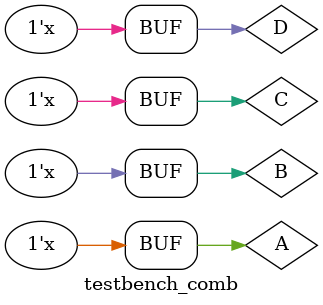
<source format=v>
`timescale 10ns/1ns
`include "comb_dataflow.v"
`include "comb_str.v"
`include "comb_behavior.v"
`include "comb_prim.v"

module testbench_comb;
  reg A, B, C, D;
  wire Y1, Y2, Y3, Y4;
  
  comb_dataflow test1(.Y(Y1), .A(A), .B(B), .C(C), .D(D));
  comb_str test2(.Y(Y2), .A(A), .B(B), .C(C), .D(D));
  comb_behavior test3(.Y(Y3), .A(A), .B(B), .C(C), .D(D));
  comb_prim test4(.Y(Y4), .A(A), .B(B), .C(C), .D(D));
  
  initial begin    
    #10 {A, B, C, D} = 4'b0000;
    #10 {A, B, C, D} = 4'b0001;
    #10 {A, B, C, D} = 4'b0010;
    #10 {A, B, C, D} = 4'b0011;
    #10 {A, B, C, D} = 4'b0100;
    #10 {A, B, C, D} = 4'b0101;
    #10 {A, B, C, D} = 4'b0110;
    #10 {A, B, C, D} = 4'b0111;
    #10 {A, B, C, D} = 4'b1000;
    #10 {A, B, C, D} = 4'b1001;
    #10 {A, B, C, D} = 4'b1010;
    #10 {A, B, C, D} = 4'b1011;
    #10 {A, B, C, D} = 4'b1100;
    #10 {A, B, C, D} = 4'b1101;
    #10 {A, B, C, D} = 4'b1110;
    #10 {A, B, C, D} = 4'b1111;
    #10 {A, B, C, D} = 4'b1x11;
    #10 {A, B, C, D} = 4'b10x1;
    #10 {A, B, C, D} = 4'b101x;
    #10 {A, B, C, D} = 4'bxx11;
    #10 {A, B, C, D} = 4'bxxx1;
    #10 {A, B, C, D} = 4'bxxxx;
  end
  
  initial begin
    $monitor("Current time: %tns", $time, "<---->A = %b, B = %b, C = %b, D = %b, Y1 = %b, Y2 = %b, Y3 = %b",
              A, B, C, D, Y1, Y2, Y3);
  end
endmodule

</source>
